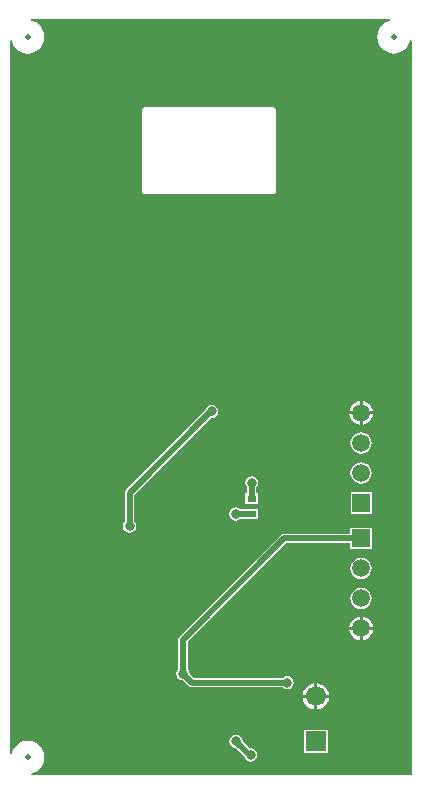
<source format=gbl>
G04*
G04 #@! TF.GenerationSoftware,Altium Limited,Altium Designer,20.2.7 (254)*
G04*
G04 Layer_Physical_Order=2*
G04 Layer_Color=16711680*
%FSLAX44Y44*%
%MOMM*%
G71*
G04*
G04 #@! TF.SameCoordinates,4D7A2DC3-99A8-4A5B-9679-2B55FC54A80C*
G04*
G04*
G04 #@! TF.FilePolarity,Positive*
G04*
G01*
G75*
%ADD58C,0.5000*%
%ADD59C,0.5000*%
%ADD60R,1.5000X1.5000*%
%ADD61C,1.5000*%
%ADD62R,1.7000X1.7000*%
%ADD63C,1.7000*%
%ADD64C,0.6000*%
%ADD65C,0.8000*%
%ADD66R,0.8000X0.6000*%
G36*
X2222888Y1768188D02*
X2222201Y1768098D01*
X2218796Y1766687D01*
X2215871Y1764443D01*
X2213627Y1761519D01*
X2212216Y1758113D01*
X2211735Y1754458D01*
X2212216Y1750803D01*
X2213627Y1747398D01*
X2215871Y1744473D01*
X2218796Y1742229D01*
X2222201Y1740818D01*
X2225856Y1740337D01*
X2229511Y1740818D01*
X2232917Y1742229D01*
X2235841Y1744473D01*
X2238085Y1747398D01*
X2239496Y1750803D01*
X2239586Y1751490D01*
X2240856Y1751406D01*
Y1129458D01*
X1918908D01*
X1918824Y1130728D01*
X1919511Y1130818D01*
X1922917Y1132229D01*
X1925841Y1134473D01*
X1928085Y1137398D01*
X1929496Y1140803D01*
X1929977Y1144458D01*
X1929496Y1148113D01*
X1928085Y1151519D01*
X1925841Y1154443D01*
X1922917Y1156687D01*
X1919511Y1158098D01*
X1915856Y1158579D01*
X1912201Y1158098D01*
X1908796Y1156687D01*
X1905871Y1154443D01*
X1903627Y1151519D01*
X1902216Y1148113D01*
X1902126Y1147426D01*
X1900856Y1147510D01*
Y1751407D01*
X1902126Y1751490D01*
X1902216Y1750803D01*
X1903627Y1747398D01*
X1905871Y1744473D01*
X1908796Y1742229D01*
X1912201Y1740818D01*
X1915856Y1740337D01*
X1919511Y1740818D01*
X1922917Y1742229D01*
X1925841Y1744473D01*
X1928085Y1747398D01*
X1929496Y1750803D01*
X1929977Y1754458D01*
X1929496Y1758113D01*
X1928085Y1761519D01*
X1925841Y1764443D01*
X1922917Y1766687D01*
X1919511Y1768098D01*
X1918825Y1768188D01*
X1918908Y1769458D01*
X2222804D01*
X2222888Y1768188D01*
D02*
G37*
%LPC*%
G36*
X2124396Y1694990D02*
X2014396D01*
X2013248Y1694514D01*
X2012773Y1693366D01*
Y1623366D01*
X2013248Y1622218D01*
X2014396Y1621743D01*
X2124396D01*
X2125544Y1622218D01*
X2126020Y1623366D01*
Y1693366D01*
X2125544Y1694514D01*
X2124396Y1694990D01*
D02*
G37*
G36*
X2199386Y1446075D02*
Y1437386D01*
X2208076D01*
X2207898Y1438737D01*
X2206886Y1441179D01*
X2205277Y1443277D01*
X2203179Y1444886D01*
X2200737Y1445898D01*
X2199386Y1446075D01*
D02*
G37*
G36*
X2196846Y1446076D02*
X2195495Y1445898D01*
X2193053Y1444886D01*
X2190956Y1443277D01*
X2189346Y1441179D01*
X2188335Y1438737D01*
X2188157Y1437386D01*
X2196846D01*
Y1446076D01*
D02*
G37*
G36*
X2071624Y1442994D02*
X2069478Y1442567D01*
X2067659Y1441351D01*
X2066443Y1439532D01*
X2066182Y1438220D01*
X1999144Y1371182D01*
X1998260Y1369859D01*
X1997950Y1368298D01*
X1997950Y1368298D01*
Y1344154D01*
X1996847Y1342504D01*
X1996420Y1340358D01*
X1996847Y1338212D01*
X1998063Y1336393D01*
X1999882Y1335177D01*
X2002028Y1334750D01*
X2004174Y1335177D01*
X2005993Y1336393D01*
X2007209Y1338212D01*
X2007636Y1340358D01*
X2007209Y1342504D01*
X2006107Y1344154D01*
Y1366609D01*
X2071334Y1431836D01*
X2071624Y1431778D01*
X2073770Y1432205D01*
X2075589Y1433421D01*
X2076805Y1435240D01*
X2077232Y1437386D01*
X2076805Y1439532D01*
X2075589Y1441351D01*
X2073770Y1442567D01*
X2071624Y1442994D01*
D02*
G37*
G36*
X2208076Y1434846D02*
X2199386D01*
Y1426157D01*
X2200737Y1426335D01*
X2203179Y1427346D01*
X2205277Y1428956D01*
X2206886Y1431053D01*
X2207898Y1433495D01*
X2208076Y1434846D01*
D02*
G37*
G36*
X2196846D02*
X2188157D01*
X2188335Y1433495D01*
X2189346Y1431053D01*
X2190956Y1428956D01*
X2193053Y1427346D01*
X2195495Y1426335D01*
X2196846Y1426157D01*
Y1434846D01*
D02*
G37*
G36*
X2198116Y1419794D02*
X2195767Y1419484D01*
X2193577Y1418578D01*
X2191697Y1417135D01*
X2190255Y1415255D01*
X2189348Y1413066D01*
X2189039Y1410716D01*
X2189348Y1408367D01*
X2190255Y1406177D01*
X2191697Y1404297D01*
X2193577Y1402855D01*
X2195767Y1401948D01*
X2198116Y1401638D01*
X2200466Y1401948D01*
X2202655Y1402855D01*
X2204535Y1404297D01*
X2205978Y1406177D01*
X2206884Y1408367D01*
X2207194Y1410716D01*
X2206884Y1413066D01*
X2205978Y1415255D01*
X2204535Y1417135D01*
X2202655Y1418578D01*
X2200466Y1419484D01*
X2198116Y1419794D01*
D02*
G37*
G36*
Y1394394D02*
X2195767Y1394084D01*
X2193577Y1393178D01*
X2191697Y1391735D01*
X2190255Y1389855D01*
X2189348Y1387666D01*
X2189039Y1385316D01*
X2189348Y1382967D01*
X2190255Y1380777D01*
X2191697Y1378897D01*
X2193577Y1377455D01*
X2195767Y1376548D01*
X2198116Y1376239D01*
X2200466Y1376548D01*
X2202655Y1377455D01*
X2204535Y1378897D01*
X2205978Y1380777D01*
X2206884Y1382967D01*
X2207194Y1385316D01*
X2206884Y1387666D01*
X2205978Y1389855D01*
X2204535Y1391735D01*
X2202655Y1393178D01*
X2200466Y1394084D01*
X2198116Y1394394D01*
D02*
G37*
G36*
X2105406Y1382542D02*
X2103260Y1382115D01*
X2101441Y1380899D01*
X2100225Y1379080D01*
X2099798Y1376934D01*
X2100225Y1374788D01*
X2101328Y1373138D01*
Y1368018D01*
X2099906D01*
Y1359018D01*
X2110906D01*
Y1368018D01*
X2109485D01*
Y1373138D01*
X2110587Y1374788D01*
X2111014Y1376934D01*
X2110587Y1379080D01*
X2109371Y1380899D01*
X2107552Y1382115D01*
X2105406Y1382542D01*
D02*
G37*
G36*
X2207116Y1368916D02*
X2189116D01*
Y1350916D01*
X2207116D01*
Y1368916D01*
D02*
G37*
G36*
X2091944Y1356126D02*
X2089798Y1355699D01*
X2087979Y1354483D01*
X2086763Y1352664D01*
X2086336Y1350518D01*
X2086763Y1348372D01*
X2087979Y1346553D01*
X2089798Y1345337D01*
X2091944Y1344910D01*
X2094090Y1345337D01*
X2095740Y1346440D01*
X2099906D01*
Y1346018D01*
X2110906D01*
Y1355018D01*
X2099906D01*
Y1354597D01*
X2095740D01*
X2094090Y1355699D01*
X2091944Y1356126D01*
D02*
G37*
G36*
X2207076Y1338792D02*
X2189076D01*
Y1333871D01*
X2132940D01*
X2132940Y1333871D01*
X2131379Y1333560D01*
X2130056Y1332676D01*
X2130056Y1332676D01*
X2044356Y1246976D01*
X2043472Y1245653D01*
X2043162Y1244092D01*
X2043162Y1244092D01*
Y1218932D01*
X2042059Y1217282D01*
X2041632Y1215136D01*
X2042059Y1212990D01*
X2043275Y1211171D01*
X2045094Y1209955D01*
X2047041Y1209568D01*
X2051722Y1204886D01*
X2053045Y1204002D01*
X2054606Y1203692D01*
X2054606Y1203692D01*
X2131582D01*
X2133232Y1202589D01*
X2135378Y1202162D01*
X2137524Y1202589D01*
X2139343Y1203805D01*
X2140559Y1205624D01*
X2140986Y1207770D01*
X2140559Y1209916D01*
X2139343Y1211735D01*
X2137524Y1212951D01*
X2135378Y1213378D01*
X2133232Y1212951D01*
X2131582Y1211849D01*
X2056295D01*
X2052808Y1215336D01*
X2052421Y1217282D01*
X2051319Y1218932D01*
Y1242403D01*
X2134629Y1325714D01*
X2189076D01*
Y1320792D01*
X2207076D01*
Y1338792D01*
D02*
G37*
G36*
X2198076Y1313470D02*
X2195727Y1313160D01*
X2193537Y1312254D01*
X2191657Y1310811D01*
X2190215Y1308931D01*
X2189308Y1306742D01*
X2188999Y1304392D01*
X2189308Y1302043D01*
X2190215Y1299853D01*
X2191657Y1297973D01*
X2193537Y1296531D01*
X2195727Y1295624D01*
X2198076Y1295314D01*
X2200426Y1295624D01*
X2202615Y1296531D01*
X2204495Y1297973D01*
X2205938Y1299853D01*
X2206844Y1302043D01*
X2207154Y1304392D01*
X2206844Y1306742D01*
X2205938Y1308931D01*
X2204495Y1310811D01*
X2202615Y1312254D01*
X2200426Y1313160D01*
X2198076Y1313470D01*
D02*
G37*
G36*
Y1288070D02*
X2195727Y1287760D01*
X2193537Y1286854D01*
X2191657Y1285411D01*
X2190215Y1283531D01*
X2189308Y1281342D01*
X2188999Y1278992D01*
X2189308Y1276643D01*
X2190215Y1274453D01*
X2191657Y1272573D01*
X2193537Y1271131D01*
X2195727Y1270224D01*
X2198076Y1269914D01*
X2200426Y1270224D01*
X2202615Y1271131D01*
X2204495Y1272573D01*
X2205938Y1274453D01*
X2206844Y1276643D01*
X2207154Y1278992D01*
X2206844Y1281342D01*
X2205938Y1283531D01*
X2204495Y1285411D01*
X2202615Y1286854D01*
X2200426Y1287760D01*
X2198076Y1288070D01*
D02*
G37*
G36*
X2199346Y1263551D02*
Y1254862D01*
X2208035D01*
X2207858Y1256213D01*
X2206846Y1258655D01*
X2205237Y1260753D01*
X2203139Y1262362D01*
X2200697Y1263374D01*
X2199346Y1263551D01*
D02*
G37*
G36*
X2196806Y1263552D02*
X2195455Y1263374D01*
X2193013Y1262362D01*
X2190916Y1260753D01*
X2189306Y1258655D01*
X2188295Y1256213D01*
X2188117Y1254862D01*
X2196806D01*
Y1263552D01*
D02*
G37*
G36*
X2208035Y1252322D02*
X2199346D01*
Y1243633D01*
X2200697Y1243811D01*
X2203139Y1244822D01*
X2205237Y1246432D01*
X2206846Y1248529D01*
X2207858Y1250971D01*
X2208035Y1252322D01*
D02*
G37*
G36*
X2196806D02*
X2188117D01*
X2188295Y1250971D01*
X2189306Y1248529D01*
X2190916Y1246432D01*
X2193013Y1244822D01*
X2195455Y1243811D01*
X2196806Y1243633D01*
Y1252322D01*
D02*
G37*
G36*
X2161032Y1207054D02*
Y1197356D01*
X2170730D01*
X2170518Y1198968D01*
X2169406Y1201654D01*
X2167636Y1203960D01*
X2165330Y1205730D01*
X2162644Y1206842D01*
X2161032Y1207054D01*
D02*
G37*
G36*
X2158492Y1207054D02*
X2156880Y1206842D01*
X2154194Y1205730D01*
X2151888Y1203960D01*
X2150119Y1201654D01*
X2149006Y1198968D01*
X2148794Y1197356D01*
X2158492D01*
Y1207054D01*
D02*
G37*
G36*
X2170730Y1194816D02*
X2161032D01*
Y1185118D01*
X2162644Y1185330D01*
X2165330Y1186443D01*
X2167636Y1188212D01*
X2169406Y1190518D01*
X2170518Y1193204D01*
X2170730Y1194816D01*
D02*
G37*
G36*
X2158492D02*
X2148794D01*
X2149006Y1193204D01*
X2150119Y1190518D01*
X2151888Y1188212D01*
X2154194Y1186443D01*
X2156880Y1185330D01*
X2158492Y1185118D01*
Y1194816D01*
D02*
G37*
G36*
X2169762Y1167986D02*
X2149762D01*
Y1147986D01*
X2169762D01*
Y1167986D01*
D02*
G37*
G36*
X2092198Y1163594D02*
X2090052Y1163167D01*
X2088233Y1161951D01*
X2087017Y1160132D01*
X2086590Y1157986D01*
X2087017Y1155840D01*
X2088233Y1154021D01*
X2090052Y1152805D01*
X2091681Y1152481D01*
X2099391Y1144771D01*
X2099463Y1144410D01*
X2100679Y1142591D01*
X2102498Y1141375D01*
X2104644Y1140948D01*
X2106790Y1141375D01*
X2108609Y1142591D01*
X2109825Y1144410D01*
X2110252Y1146556D01*
X2109825Y1148702D01*
X2108609Y1150521D01*
X2106790Y1151737D01*
X2104644Y1152164D01*
X2103718Y1151980D01*
X2097790Y1157908D01*
X2097806Y1157986D01*
X2097379Y1160132D01*
X2096163Y1161951D01*
X2094344Y1163167D01*
X2092198Y1163594D01*
D02*
G37*
%LPD*%
D58*
X2054606Y1207770D02*
X2135378D01*
X2047240Y1215136D02*
X2047240D01*
X2054606Y1207770D01*
X2047240Y1215136D02*
X2047240Y1215136D01*
Y1244092D02*
X2132940Y1329792D01*
X2047240Y1215136D02*
Y1244092D01*
X2002028Y1368298D02*
X2071116Y1437386D01*
X2071624D01*
X2092198Y1157732D02*
Y1157986D01*
Y1157732D02*
X2104644Y1145286D01*
X2002028Y1340358D02*
Y1368298D01*
X2091944Y1350518D02*
X2105406D01*
Y1363518D02*
Y1376934D01*
X2132940Y1329792D02*
X2198076D01*
X2104644Y1145286D02*
X2105914Y1146556D01*
X2104644D02*
X2105914D01*
D59*
X1915856Y1754458D02*
D03*
X2225856D02*
D03*
X1915856Y1144458D02*
D03*
D60*
X2198076Y1329792D02*
D03*
X2198116Y1359916D02*
D03*
D61*
X2198076Y1304392D02*
D03*
Y1278992D02*
D03*
Y1253592D02*
D03*
X2198116Y1385316D02*
D03*
Y1410716D02*
D03*
Y1436116D02*
D03*
D62*
X2159762Y1157986D02*
D03*
D63*
Y1196086D02*
D03*
D64*
X1995856Y1284458D02*
D03*
Y1274458D02*
D03*
Y1264458D02*
D03*
Y1254458D02*
D03*
X1985856D02*
D03*
X1975856D02*
D03*
X1955856Y1464458D02*
D03*
Y1454458D02*
D03*
X1965856D02*
D03*
X1975856D02*
D03*
X1985856D02*
D03*
Y1464458D02*
D03*
X2005856Y1474458D02*
D03*
X1995856D02*
D03*
X1985856D02*
D03*
Y1509458D02*
D03*
X1995856D02*
D03*
X2005856D02*
D03*
Y1534458D02*
D03*
X1995856D02*
D03*
X1985856D02*
D03*
X1975856D02*
D03*
X1965856D02*
D03*
X1905856Y1564458D02*
D03*
X1915856D02*
D03*
X1925856D02*
D03*
X1935856D02*
D03*
X1945856D02*
D03*
X1955856D02*
D03*
Y1554458D02*
D03*
Y1544458D02*
D03*
Y1534458D02*
D03*
Y1504458D02*
D03*
Y1494458D02*
D03*
Y1484458D02*
D03*
Y1474458D02*
D03*
X1945856D02*
D03*
X1935856D02*
D03*
X1925856D02*
D03*
X1915856D02*
D03*
X1905856D02*
D03*
Y1224458D02*
D03*
X1915856D02*
D03*
X1925856D02*
D03*
X1935856D02*
D03*
X1945856D02*
D03*
X1955856D02*
D03*
Y1234458D02*
D03*
Y1244458D02*
D03*
Y1254458D02*
D03*
X1965856D02*
D03*
Y1284458D02*
D03*
X1955856D02*
D03*
Y1294458D02*
D03*
Y1304458D02*
D03*
Y1314458D02*
D03*
X1945856D02*
D03*
X1935856D02*
D03*
X1925856D02*
D03*
X1915856D02*
D03*
X1905856D02*
D03*
X2200000Y1720000D02*
D03*
X2220000Y1600000D02*
D03*
X2200000Y1560000D02*
D03*
X2220000Y1520000D02*
D03*
X2200000Y1480000D02*
D03*
X2220000Y1360000D02*
D03*
Y1280000D02*
D03*
X2200000Y1240000D02*
D03*
X2220000Y1200000D02*
D03*
X2200000Y1160000D02*
D03*
X2160000Y1720000D02*
D03*
X2180000Y1680000D02*
D03*
X2160000Y1640000D02*
D03*
X2180000Y1600000D02*
D03*
X2160000Y1560000D02*
D03*
Y1480000D02*
D03*
X2180000Y1440000D02*
D03*
Y1280000D02*
D03*
X2160000Y1240000D02*
D03*
X2180000Y1200000D02*
D03*
X2120000Y1720000D02*
D03*
X2140000Y1680000D02*
D03*
Y1600000D02*
D03*
X2120000Y1560000D02*
D03*
X2140000Y1440000D02*
D03*
X2120000Y1400000D02*
D03*
Y1240000D02*
D03*
X2140000Y1200000D02*
D03*
X2120000Y1160000D02*
D03*
X2080000Y1720000D02*
D03*
X2100000Y1600000D02*
D03*
X2080000Y1560000D02*
D03*
X2100000Y1520000D02*
D03*
X2080000Y1480000D02*
D03*
X2100000Y1440000D02*
D03*
Y1280000D02*
D03*
X2040000Y1720000D02*
D03*
X2060000Y1600000D02*
D03*
Y1520000D02*
D03*
Y1360000D02*
D03*
Y1280000D02*
D03*
X2040000Y1240000D02*
D03*
X2000000Y1720000D02*
D03*
Y1640000D02*
D03*
X2020000Y1600000D02*
D03*
X2000000Y1560000D02*
D03*
X2020000Y1360000D02*
D03*
Y1280000D02*
D03*
X2000000Y1240000D02*
D03*
Y1160000D02*
D03*
X1960000Y1720000D02*
D03*
X1980000Y1680000D02*
D03*
Y1600000D02*
D03*
Y1440000D02*
D03*
Y1200000D02*
D03*
X1960000Y1160000D02*
D03*
X1920000Y1720000D02*
D03*
X1940000Y1680000D02*
D03*
Y1600000D02*
D03*
Y1440000D02*
D03*
X1920000Y1400000D02*
D03*
X1940000Y1360000D02*
D03*
Y1200000D02*
D03*
X2064258Y1166114D02*
D03*
D65*
X2071624Y1437386D02*
D03*
X2092198Y1157986D02*
D03*
X2002028Y1340358D02*
D03*
X2105406Y1376934D02*
D03*
X2091944Y1350518D02*
D03*
X2104644Y1146556D02*
D03*
X2047240Y1215136D02*
D03*
X2135378Y1207770D02*
D03*
D66*
X2105406Y1363518D02*
D03*
Y1350518D02*
D03*
M02*

</source>
